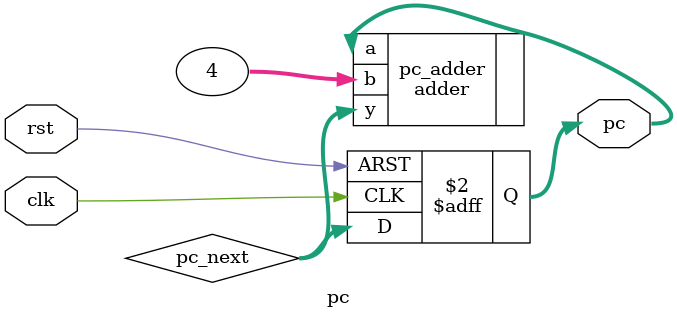
<source format=v>



module pc(
    input clk,
    input rst,
    output reg [31:0] pc
    );
    
    wire [31:0] pc_next;
    adder pc_adder(
        .a(pc),
        .b(32'h4),
        .y(pc_next));
    
    always@(posedge clk ,posedge rst) 
    begin
        if (rst) begin
            pc <= -4;
        end
        else begin 
            pc <= pc_next;
        end
    end
    
endmodule

</source>
